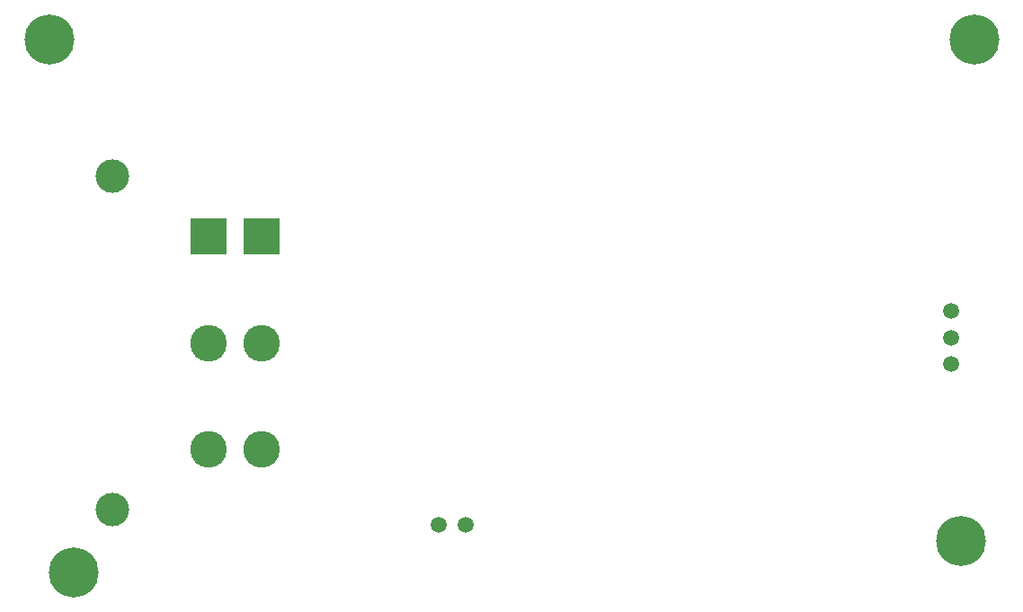
<source format=gbs>
G04*
G04 #@! TF.GenerationSoftware,Altium Limited,Altium Designer,23.8.1 (32)*
G04*
G04 Layer_Color=16711935*
%FSLAX25Y25*%
%MOIN*%
G70*
G04*
G04 #@! TF.SameCoordinates,BB991CD9-E61E-4A70-A8D9-3A71C13EE87A*
G04*
G04*
G04 #@! TF.FilePolarity,Negative*
G04*
G01*
G75*
%ADD43C,0.05900*%
%ADD44C,0.18517*%
%ADD45R,0.13592X0.13592*%
%ADD46C,0.13592*%
%ADD47C,0.12411*%
D43*
X364939Y109200D02*
D03*
Y99357D02*
D03*
Y89514D02*
D03*
X184843Y30020D02*
D03*
X175000D02*
D03*
D44*
X368602Y23917D02*
D03*
X373500Y210000D02*
D03*
X39567Y12205D02*
D03*
X30620Y210000D02*
D03*
D45*
X109252Y136713D02*
D03*
X89567D02*
D03*
D46*
X109252Y97343D02*
D03*
X89567D02*
D03*
X109252Y57972D02*
D03*
X89567D02*
D03*
D47*
X54134Y35413D02*
D03*
Y159272D02*
D03*
M02*

</source>
